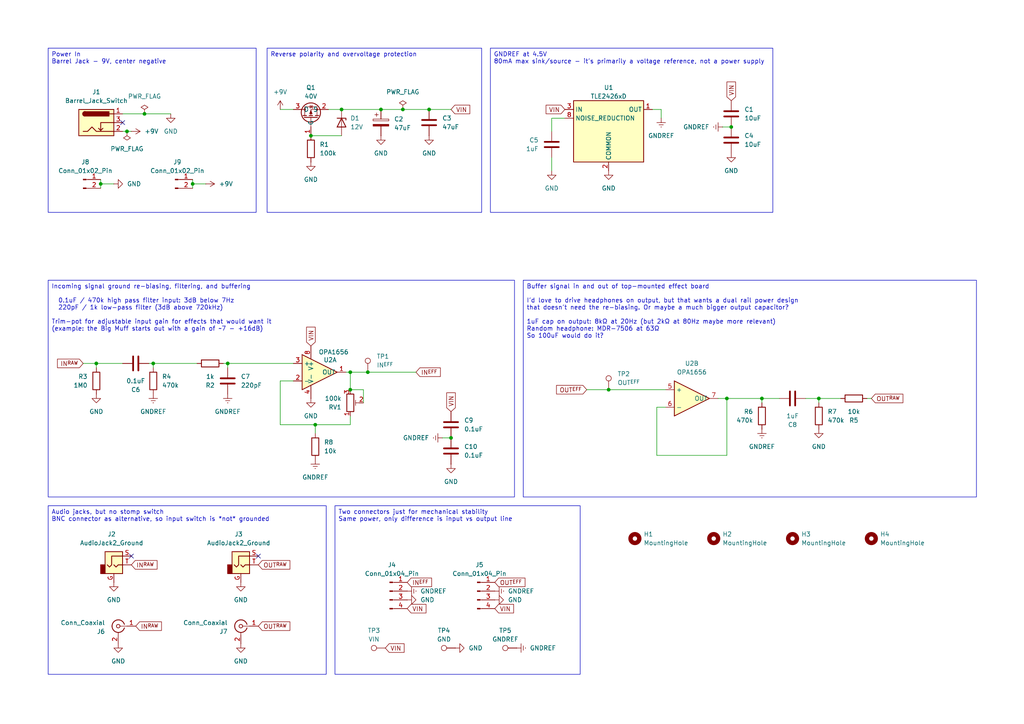
<source format=kicad_sch>
(kicad_sch (version 20231120) (generator "eeschema") (generator_version "8.0")
  (paper "A4")
  (title_block (title "Base board rail splitting 9V power") (date "2025-03-18") (rev "v2.0"))
  (lib_symbols
    (symbol "Connector:Barrel_Jack_Switch" (pin_names hide)
      (property "Reference" "J" (at 0 5.334 0))
      (property "Value" "Barrel_Jack_Switch" (at 0 -5.08 0))
      (symbol "Barrel_Jack_Switch_0_1"
        (rectangle (start -5.08 3.81) (end 5.08 -3.81) (stroke (width 0.254)) (fill (type background)))
        (arc (start -3.302 3.175) (mid -3.9343 2.54) (end -3.302 1.905) (stroke (width 0.254)))
        (arc (start -3.302 3.175) (mid -3.9343 2.54) (end -3.302 1.905) (stroke (width 0.254)) (fill (type outline)))
        (polyline (pts (xy 1.27 -2.286) (xy 1.905 -1.651)) (stroke (width 0.254)))
        (polyline (pts (xy 5.08 2.54) (xy 3.81 2.54)) (stroke (width 0.254)))
        (polyline (pts (xy 5.08 0) (xy 1.27 0) (xy 1.27 -2.286) (xy 0.635 -1.651)) (stroke (width 0.254)))
        (polyline (pts (xy -3.81 -2.54) (xy -2.54 -2.54) (xy -1.27 -1.27) (xy 0 -2.54) (xy 2.54 -2.54) (xy 5.08 -2.54)) (stroke (width 0.254)))
        (rectangle (start 3.683 3.175) (end -3.302 1.905) (stroke (width 0.254)) (fill (type outline)))
      )
      (symbol "Barrel_Jack_Switch_1_1"
        (pin passive line (at 7.62 2.54 180) (length 2.54) (name "~") (number "1"))
        (pin passive line (at 7.62 -2.54 180) (length 2.54) (name "~") (number "2"))
        (pin passive line (at 7.62 0 180) (length 2.54) (name "~") (number "3"))
      )
    )
    (symbol "Connector:Conn_01x02_Pin" (pin_names (offset 1.016) hide)
      (property "Reference" "J" (at 0 2.54 0))
      (property "Value" "Conn_01x02_Pin" (at 0 -5.08 0))
      (symbol "Conn_01x02_Pin_1_1"
        (polyline (pts (xy 1.27 -2.54) (xy 0.8636 -2.54)) (stroke (width 0.1524)))
        (polyline (pts (xy 1.27 0) (xy 0.8636 0)) (stroke (width 0.1524)))
        (rectangle (start 0.8636 -2.413) (end 0 -2.667) (stroke (width 0.1524)) (fill (type outline)))
        (rectangle (start 0.8636 0.127) (end 0 -0.127) (stroke (width 0.1524)) (fill (type outline)))
        (pin passive line (at 5.08 0 180) (length 3.81) (name "Pin_1") (number "1"))
        (pin passive line (at 5.08 -2.54 180) (length 3.81) (name "Pin_2") (number "2"))
      )
    )
    (symbol "Connector:Conn_01x04_Pin" (pin_names (offset 1.016) hide)
      (property "Reference" "J" (at 0 5.08 0))
      (property "Value" "Conn_01x04_Pin" (at 0 -7.62 0))
      (symbol "Conn_01x04_Pin_1_1"
        (polyline (pts (xy 1.27 -5.08) (xy 0.8636 -5.08)) (stroke (width 0.1524)))
        (polyline (pts (xy 1.27 -2.54) (xy 0.8636 -2.54)) (stroke (width 0.1524)))
        (polyline (pts (xy 1.27 0) (xy 0.8636 0)) (stroke (width 0.1524)))
        (polyline (pts (xy 1.27 2.54) (xy 0.8636 2.54)) (stroke (width 0.1524)))
        (rectangle (start 0.8636 -4.953) (end 0 -5.207) (stroke (width 0.1524)) (fill (type outline)))
        (rectangle (start 0.8636 -2.413) (end 0 -2.667) (stroke (width 0.1524)) (fill (type outline)))
        (rectangle (start 0.8636 0.127) (end 0 -0.127) (stroke (width 0.1524)) (fill (type outline)))
        (rectangle (start 0.8636 2.667) (end 0 2.413) (stroke (width 0.1524)) (fill (type outline)))
        (pin passive line (at 5.08 2.54 180) (length 3.81) (name "Pin_1") (number "1"))
        (pin passive line (at 5.08 0 180) (length 3.81) (name "Pin_2") (number "2"))
        (pin passive line (at 5.08 -2.54 180) (length 3.81) (name "Pin_3") (number "3"))
        (pin passive line (at 5.08 -5.08 180) (length 3.81) (name "Pin_4") (number "4"))
      )
    )
    (symbol "Connector:Conn_Coaxial" (pin_names (offset 1.016) hide)
      (property "Reference" "J" (at 0.254 3.048 0))
      (property "Value" "Conn_Coaxial" (at 2.921 0 90))
      (symbol "Conn_Coaxial_0_1"
        (arc (start -1.778 -0.508) (mid 0.2311 -1.8066) (end 1.778 0) (stroke (width 0.254)))
        (polyline (pts (xy -2.54 0) (xy -0.508 0)))
        (polyline (pts (xy 0 -2.54) (xy 0 -1.778)))
        (circle (center 0 0) (radius 0.508) (stroke (width 0.2032)))
        (arc (start 1.778 0) (mid 0.2099 1.8101) (end -1.778 0.508) (stroke (width 0.254)))
      )
      (symbol "Conn_Coaxial_1_1"
        (pin passive line (at -5.08 0 0) (length 2.54) (name "In") (number "1"))
        (pin passive line (at 0 -5.08 90) (length 2.54) (name "Ext") (number "2"))
      )
    )
    (symbol "Connector:TestPoint" (pin_numbers hide) (pin_names (offset 0.762) hide)
      (property "Reference" "TP" (at 0 6.858 0))
      (property "Value" "TestPoint" (at 0 5.08 0))
      (symbol "TestPoint_0_1"
        (circle (center 0 3.302) (radius 0.762))
      )
      (symbol "TestPoint_1_1"
        (pin passive line (at 0 0 90) (length 2.54) (name "1") (number "1"))
      )
    )
    (symbol "Connector_Audio:AudioJack2_Ground"
      (property "Reference" "J" (at 0 8.89 0))
      (property "Value" "AudioJack2_Ground" (at 0 6.35 0))
      (symbol "AudioJack2_Ground_0_1"
        (rectangle (start -2.54 -2.54) (end -3.81 0) (stroke (width 0.254)) (fill (type outline)))
        (polyline (pts (xy 0 0) (xy 0.635 -0.635) (xy 1.27 0) (xy 2.54 0)) (stroke (width 0.254)))
        (polyline (pts (xy 2.54 2.54) (xy -0.635 2.54) (xy -0.635 0) (xy -1.27 -0.635) (xy -1.905 0)) (stroke (width 0.254)))
        (rectangle (start 2.54 3.81) (end -2.54 -2.54) (stroke (width 0.254)) (fill (type background)))
      )
      (symbol "AudioJack2_Ground_1_1"
        (pin passive line (at 0 -5.08 90) (length 2.54) (name "~") (number "G"))
        (pin passive line (at 5.08 2.54 180) (length 2.54) (name "~") (number "S"))
        (pin passive line (at 5.08 0 180) (length 2.54) (name "~") (number "T"))
      )
    )
    (symbol "Device:C" (pin_numbers hide) (pin_names (offset 0.254))
      (property "Reference" "C" (at 0.635 2.54 0))
      (property "Value" "C" (at 0.635 -2.54 0))
      (symbol "C_0_1"
        (polyline (pts (xy -2.032 -0.762) (xy 2.032 -0.762)) (stroke (width 0.508)))
        (polyline (pts (xy -2.032 0.762) (xy 2.032 0.762)) (stroke (width 0.508)))
      )
      (symbol "C_1_1"
        (pin passive line (at 0 3.81 270) (length 2.794) (name "~") (number "1"))
        (pin passive line (at 0 -3.81 90) (length 2.794) (name "~") (number "2"))
      )
    )
    (symbol "Device:C_Polarized" (pin_numbers hide) (pin_names (offset 0.254))
      (property "Reference" "C" (at 0.635 2.54 0))
      (property "Value" "C_Polarized" (at 0.635 -2.54 0))
      (symbol "C_Polarized_0_1"
        (rectangle (start -2.286 0.508) (end 2.286 1.016))
        (polyline (pts (xy -1.778 2.286) (xy -0.762 2.286)))
        (polyline (pts (xy -1.27 2.794) (xy -1.27 1.778)))
        (rectangle (start 2.286 -0.508) (end -2.286 -1.016) (fill (type outline)))
      )
      (symbol "C_Polarized_1_1"
        (pin passive line (at 0 3.81 270) (length 2.794) (name "~") (number "1"))
        (pin passive line (at 0 -3.81 90) (length 2.794) (name "~") (number "2"))
      )
    )
    (symbol "Device:D_Zener" (pin_numbers hide) (pin_names (offset 1.016) hide)
      (property "Reference" "D" (at 0 2.54 0))
      (property "Value" "D_Zener" (at 0 -2.54 0))
      (symbol "D_Zener_0_1"
        (polyline (pts (xy 1.27 0) (xy -1.27 0)))
        (polyline (pts (xy -1.27 -1.27) (xy -1.27 1.27) (xy -0.762 1.27)) (stroke (width 0.254)))
        (polyline (pts (xy 1.27 -1.27) (xy 1.27 1.27) (xy -1.27 0) (xy 1.27 -1.27)) (stroke (width 0.254)))
      )
      (symbol "D_Zener_1_1"
        (pin passive line (at -3.81 0 0) (length 2.54) (name "K") (number "1"))
        (pin passive line (at 3.81 0 180) (length 2.54) (name "A") (number "2"))
      )
    )
    (symbol "Device:R" (pin_numbers hide) (pin_names (offset 0))
      (property "Reference" "R" (at 2.032 0 90))
      (property "Value" "R" (at 0 0 90))
      (symbol "R_0_1"
        (rectangle (start -1.016 -2.54) (end 1.016 2.54) (stroke (width 0.254)))
      )
      (symbol "R_1_1"
        (pin passive line (at 0 3.81 270) (length 1.27) (name "~") (number "1"))
        (pin passive line (at 0 -3.81 90) (length 1.27) (name "~") (number "2"))
      )
    )
    (symbol "Device:R_Potentiometer_Trim" (pin_names (offset 1.016) hide)
      (property "Reference" "RV" (at -4.445 0 90))
      (property "Value" "R_Potentiometer_Trim" (at -2.54 0 90))
      (symbol "R_Potentiometer_Trim_0_1"
        (polyline (pts (xy 1.524 0.762) (xy 1.524 -0.762)))
        (polyline (pts (xy 2.54 0) (xy 1.524 0)))
        (rectangle (start 1.016 2.54) (end -1.016 -2.54) (stroke (width 0.254)))
      )
      (symbol "R_Potentiometer_Trim_1_1"
        (pin passive line (at 0 3.81 270) (length 1.27) (name "1") (number "1"))
        (pin passive line (at 3.81 0 180) (length 1.27) (name "2") (number "2"))
        (pin passive line (at 0 -3.81 90) (length 1.27) (name "3") (number "3"))
      )
    )
    (symbol "Mechanical:MountingHole" (pin_names (offset 1.016)) (exclude_from_sim yes) (in_bom no)
      (property "Reference" "H" (at 0 5.08 0))
      (property "Value" "MountingHole" (at 0 3.175 0))
      (symbol "MountingHole_0_1"
        (circle (center 0 0) (radius 1.27) (stroke (width 1.27)))
      )
    )
    (symbol "Mylib:OPA1656"
      (property "Reference" "U" (at 8.89 5.08 0))
      (property "Value" "OPA1656" (at 2.54 11.43 0))
      (symbol "OPA1656_0_1"
        (polyline (pts (xy -2.54 5.08) (xy 7.62 0) (xy -2.54 -5.08) (xy -2.54 5.08)) (stroke (width 0.254)) (fill (type background)))
      )
      (symbol "OPA1656_1_1"
        (pin output line (at 10.16 0 180) (length 2.54) (name "OUT") (number "1"))
        (pin input line (at -5.08 -2.54 0) (length 2.54) (name "-") (number "2"))
        (pin input line (at -5.08 2.54 0) (length 2.54) (name "+") (number "3"))
        (pin power_in line (at 0 -7.62 90) (length 3.81) (name "V-") (number "4"))
        (pin power_in line (at 0 7.62 270) (length 3.81) (name "V+") (number "8"))
      )
      (symbol "OPA1656_2_1"
        (pin input line (at -5.08 2.54 0) (length 2.54) (name "+") (number "5"))
        (pin input line (at -5.08 -2.54 0) (length 2.54) (name "-") (number "6"))
        (pin output line (at 10.16 0 180) (length 2.54) (name "OUT") (number "7"))
      )
    )
    (symbol "Mylib:PMV250EPEAR"
      (property "Reference" "Q" (at 0 4.572 0))
      (property "Value" "40V" (at 0 0 0))
      (symbol "PMV250EPEAR_0_1"
        (circle (center -1.778 0) (radius 0.254) (fill (type outline)))
        (circle (center 0 -0.889) (radius 2.794) (stroke (width 0.254)))
        (polyline (pts (xy -2.54 0) (xy -1.778 0)))
        (polyline (pts (xy -2.286 -1.778) (xy -1.27 -1.778)) (stroke (width 0.254)))
        (polyline (pts (xy -1.905 -2.286) (xy 1.905 -2.286)) (stroke (width 0.254)))
        (polyline (pts (xy -0.508 -1.778) (xy 0.508 -1.778)) (stroke (width 0.254)))
        (polyline (pts (xy 0 -2.286) (xy 0 -5.08)))
        (polyline (pts (xy 1.27 -1.778) (xy 2.286 -1.778)) (stroke (width 0.254)))
        (polyline (pts (xy 2.54 0) (xy 0 0) (xy 0 -1.778)))
        (polyline (pts (xy -1.778 -1.778) (xy -1.778 0.762) (xy 1.778 0.762) (xy 1.778 -1.778)))
        (polyline (pts (xy 0 -0.254) (xy -0.381 -1.27) (xy 0.381 -1.27) (xy 0 -0.254)) (fill (type outline)))
        (polyline (pts (xy 0.381 0.762) (xy -0.254 0.381) (xy -0.254 1.143) (xy 0.381 0.762)))
        (polyline (pts (xy 0.508 0.254) (xy 0.381 0.381) (xy 0.381 1.143) (xy 0.254 1.27)))
        (circle (center 1.778 0) (radius 0.254) (fill (type outline)))
      )
      (symbol "PMV250EPEAR_1_1"
        (pin input line (at 0 -7.62 90) (length 2.54) (name "G") (number "1"))
        (pin passive line (at 5.08 0 180) (length 2.54) (name "S") (number "2"))
        (pin passive line (at -5.08 0 0) (length 2.54) (name "D") (number "3"))
      )
    )
    (symbol "Reference_Voltage:TLE2426xD"
      (property "Reference" "U" (at -10.414 8.89 0))
      (property "Value" "TLE2426xD" (at 10.16 8.89 0))
      (symbol "TLE2426xD_0_1"
        (rectangle (start -10.16 7.62) (end 10.16 -10.16) (stroke (width 0.254)) (fill (type background)))
      )
      (symbol "TLE2426xD_1_1"
        (pin power_out line (at 12.7 5.08 180) (length 2.54) (name "OUT") (number "1"))
        (pin power_in line (at 0 -12.7 90) (length 2.54) (name "COMMON") (number "2"))
        (pin power_in line (at -12.7 5.08 0) (length 2.54) (name "IN") (number "3"))
        (pin no_connect line (at -10.16 0 0) (length 2.54) hide (name "NC") (number "4"))
        (pin no_connect line (at -10.16 -2.54 0) (length 2.54) hide (name "NC") (number "5"))
        (pin no_connect line (at 10.16 0 180) (length 2.54) hide (name "NC") (number "6"))
        (pin no_connect line (at 10.16 -2.54 180) (length 2.54) hide (name "NC") (number "7"))
        (pin passive line (at -12.7 2.54 0) (length 2.54) (name "NOISE_REDUCTION") (number "8"))
      )
    )
    (symbol "power:+9V" (power) (pin_numbers hide) (pin_names (offset 0) hide)
      (property "Value" "+9V" (at 0 3.556 0))
      (symbol "+9V_0_1"
        (polyline (pts (xy -0.762 1.27) (xy 0 2.54)))
        (polyline (pts (xy 0 0) (xy 0 2.54)))
        (polyline (pts (xy 0 2.54) (xy 0.762 1.27)))
      )
      (symbol "+9V_1_1"
        (pin power_in line (at 0 0 90) (length 0) (name "~") (number "1"))
      )
    )
    (symbol "power:GND" (power) (pin_numbers hide) (pin_names (offset 0) hide)
      (property "Value" "GND" (at 0 -3.81 0))
      (symbol "GND_0_1"
        (polyline (pts (xy 0 0) (xy 0 -1.27) (xy 1.27 -1.27) (xy 0 -2.54) (xy -1.27 -1.27) (xy 0 -1.27)))
      )
      (symbol "GND_1_1"
        (pin power_in line (at 0 0 270) (length 0) (name "~") (number "1"))
      )
    )
    (symbol "power:GNDREF" (power) (pin_numbers hide) (pin_names (offset 0) hide)
      (property "Value" "GNDREF" (at 0 -3.81 0))
      (symbol "GNDREF_0_1"
        (polyline (pts (xy -0.635 -1.905) (xy 0.635 -1.905)))
        (polyline (pts (xy -0.127 -2.54) (xy 0.127 -2.54)))
        (polyline (pts (xy 0 -1.27) (xy 0 0)))
        (polyline (pts (xy 1.27 -1.27) (xy -1.27 -1.27)))
      )
      (symbol "GNDREF_1_1"
        (pin power_in line (at 0 0 270) (length 0) (name "~") (number "1"))
      )
    )
    (symbol "power:PWR_FLAG" (power) (pin_numbers hide) (pin_names (offset 0) hide)
      (property "Value" "PWR_FLAG" (at 0 3.81 0))
      (symbol "PWR_FLAG_0_0"
        (pin power_out line (at 0 0 90) (length 0) (name "~") (number "1"))
      )
      (symbol "PWR_FLAG_0_1"
        (polyline (pts (xy 0 0) (xy 0 1.27) (xy -1.016 1.905) (xy 0 2.54) (xy 1.016 1.905) (xy 0 1.27)))
      )
    )
  )
  (junction (at 130.81 127))
  (junction (at 176.53 113.03))
  (junction (at 55.88 53.34))
  (junction (at 41.91 33.02))
  (junction (at 27.94 105.41))
  (junction (at 106.68 107.95))
  (junction (at 212.09 36.83))
  (junction (at 101.6 113.03))
  (junction (at 220.98 115.57))
  (junction (at 99.06 31.75))
  (junction (at 110.49 31.75))
  (junction (at 29.21 53.34))
  (junction (at 101.6 107.95))
  (junction (at 66.04 105.41))
  (junction (at 36.83 38.1))
  (junction (at 44.45 105.41))
  (junction (at 124.46 31.75))
  (junction (at 91.44 123.19))
  (junction (at 116.84 31.75))
  (junction (at 210.82 115.57))
  (junction (at 237.49 115.57))
  (junction (at 90.17 39.37))
  (no_connect (at 35.56 35.56))
  (no_connect (at 74.93 161.29))
  (no_connect (at 38.1 161.29))
  (wire (pts (xy 101.6 107.95) (xy 101.6 113.03)))
  (wire (pts (xy 189.23 31.75) (xy 191.77 31.75)))
  (wire (pts (xy 99.06 31.75) (xy 110.49 31.75)))
  (wire (pts (xy 160.02 34.29) (xy 160.02 38.1)))
  (wire (pts (xy 190.5 118.11) (xy 193.04 118.11)))
  (wire (pts (xy 176.53 113.03) (xy 193.04 113.03)))
  (wire (pts (xy 210.82 132.08) (xy 210.82 115.57)))
  (wire (pts (xy 220.98 115.57) (xy 226.06 115.57)))
  (wire (pts (xy 95.25 31.75) (xy 99.06 31.75)))
  (wire (pts (xy 210.82 115.57) (xy 220.98 115.57)))
  (wire (pts (xy 101.6 120.65) (xy 101.6 123.19)))
  (wire (pts (xy 100.33 107.95) (xy 101.6 107.95)))
  (wire (pts (xy 208.28 115.57) (xy 210.82 115.57)))
  (wire (pts (xy 105.41 113.03) (xy 101.6 113.03)))
  (wire (pts (xy 29.21 52.07) (xy 29.21 53.34)))
  (wire (pts (xy 105.41 116.84) (xy 105.41 113.03)))
  (wire (pts (xy 116.84 31.75) (xy 124.46 31.75)))
  (wire (pts (xy 29.21 53.34) (xy 33.02 53.34)))
  (wire (pts (xy 91.44 123.19) (xy 101.6 123.19)))
  (wire (pts (xy 66.04 106.68) (xy 66.04 105.41)))
  (wire (pts (xy 36.83 38.1) (xy 35.56 38.1)))
  (wire (pts (xy 209.55 36.83) (xy 212.09 36.83)))
  (wire (pts (xy 44.45 105.41) (xy 44.45 106.68)))
  (wire (pts (xy 163.83 34.29) (xy 160.02 34.29)))
  (wire (pts (xy 41.91 33.02) (xy 49.53 33.02)))
  (wire (pts (xy 24.13 105.41) (xy 27.94 105.41)))
  (wire (pts (xy 190.5 118.11) (xy 190.5 132.08)))
  (wire (pts (xy 27.94 105.41) (xy 35.56 105.41)))
  (wire (pts (xy 191.77 31.75) (xy 191.77 34.29)))
  (wire (pts (xy 35.56 33.02) (xy 41.91 33.02)))
  (wire (pts (xy 81.28 31.75) (xy 85.09 31.75)))
  (wire (pts (xy 55.88 53.34) (xy 59.69 53.34)))
  (wire (pts (xy 90.17 39.37) (xy 99.06 39.37)))
  (wire (pts (xy 106.68 107.95) (xy 120.65 107.95)))
  (wire (pts (xy 101.6 107.95) (xy 106.68 107.95)))
  (wire (pts (xy 64.77 105.41) (xy 66.04 105.41)))
  (wire (pts (xy 55.88 53.34) (xy 55.88 54.61)))
  (wire (pts (xy 27.94 105.41) (xy 27.94 106.68)))
  (wire (pts (xy 29.21 53.34) (xy 29.21 54.61)))
  (wire (pts (xy 128.27 127) (xy 130.81 127)))
  (wire (pts (xy 81.28 123.19) (xy 81.28 110.49)))
  (wire (pts (xy 81.28 123.19) (xy 91.44 123.19)))
  (wire (pts (xy 44.45 105.41) (xy 57.15 105.41)))
  (wire (pts (xy 124.46 31.75) (xy 130.81 31.75)))
  (wire (pts (xy 160.02 45.72) (xy 160.02 49.53)))
  (wire (pts (xy 243.84 115.57) (xy 237.49 115.57)))
  (wire (pts (xy 190.5 132.08) (xy 210.82 132.08)))
  (wire (pts (xy 170.18 113.03) (xy 176.53 113.03)))
  (wire (pts (xy 43.18 105.41) (xy 44.45 105.41)))
  (wire (pts (xy 237.49 115.57) (xy 237.49 116.84)))
  (wire (pts (xy 110.49 31.75) (xy 116.84 31.75)))
  (wire (pts (xy 237.49 115.57) (xy 233.68 115.57)))
  (wire (pts (xy 81.28 110.49) (xy 85.09 110.49)))
  (wire (pts (xy 220.98 115.57) (xy 220.98 116.84)))
  (wire (pts (xy 38.1 38.1) (xy 36.83 38.1)))
  (wire (pts (xy 91.44 123.19) (xy 91.44 125.73)))
  (wire (pts (xy 55.88 52.07) (xy 55.88 53.34)))
  (wire (pts (xy 252.73 115.57) (xy 251.46 115.57)))
  (wire (pts (xy 66.04 105.41) (xy 85.09 105.41)))
  (text_box "Incoming signal ground re-biasing, filtering, and buffering\n\n  0.1uF / 470k high pass filter input: 3dB below 7Hz\n  220pF / 1k low-pass filter (3dB above 720kHz)\n\nTrim-pot for adjustable input gain for effects that would want it\n(example: the Big Muff starts out with a gain of ~7 - +16dB)\n\n" (at 13.97 81.28 0) (size 135.255 62.865) (effects (font (size 1.27 1.27)) (justify left top)))
  (text_box "Power In\nBarrel Jack - 9V, center negative" (at 13.97 13.97 0) (size 60.325 47.625) (effects (font (size 1.27 1.27)) (justify left top)))
  (text_box "Two connectors just for mechanical stability\nSame power, only difference is input vs output line" (at 97.155 146.685 0) (size 71.12 48.895) (effects (font (size 1.27 1.27)) (justify left top)))
  (text_box "Buffer signal in and out of top-mounted effect board\n\nI'd love to drive headphones on output, but that wants a dual rail power design\nthat doesn't need the re-biasing. Or maybe a much bigger output capacitor?\n\n1uF cap on output: 8kΩ at 20Hz (but 2kΩ at 80Hz maybe more relevant)\nRandom headphone: MDR-7506 at 63Ω\nSo 100uF would do it?" (at 151.765 81.28 0) (size 131.445 62.865) (effects (font (size 1.27 1.27)) (justify left top)))
  (text_box "Audio jacks, but no stomp switch\nBNC connector as alternative, so input switch is *not* grounded" (at 13.97 146.685 0) (size 80.645 48.895) (effects (font (size 1.27 1.27)) (justify left top)))
  (text_box "Reverse polarity and overvoltage protection" (at 77.47 13.97 0) (size 62.23 47.625) (effects (font (size 1.27 1.27)) (justify left top)))
  (text_box "GNDREF at 4.5V\n80mA max sink/source - it's primarily a voltage reference, not a power supply" (at 142.24 13.97 0) (size 81.915 47.625) (effects (font (size 1.27 1.27)) (justify left top)))
  (global_label "VIN" (shape input) (at 118.11 176.53 0) (property "Intersheetrefs" "${INTERSHEET_REFS}" (effects (hide yes))))
  (global_label "IN^{EFF}" (shape input) (at 120.65 107.95 0) (property "Intersheetrefs" "${INTERSHEET_REFS}" (effects (hide yes))))
  (global_label "OUT^{RAW}" (shape input) (at 74.93 181.61 0) (property "Intersheetrefs" "${INTERSHEET_REFS}" (effects (hide yes))))
  (global_label "VIN" (shape input) (at 143.51 176.53 0) (property "Intersheetrefs" "${INTERSHEET_REFS}" (effects (hide yes))))
  (global_label "OUT^{RAW}" (shape input) (at 252.73 115.57 0) (property "Intersheetrefs" "${INTERSHEET_REFS}" (effects (hide yes))))
  (global_label "VIN" (shape input) (at 212.09 29.21 90) (property "Intersheetrefs" "${INTERSHEET_REFS}" (effects (hide yes))))
  (global_label "OUT^{RAW}" (shape input) (at 74.93 163.83 0) (property "Intersheetrefs" "${INTERSHEET_REFS}" (effects (hide yes))))
  (global_label "IN^{RAW}" (shape input) (at 39.37 181.61 0) (property "Intersheetrefs" "${INTERSHEET_REFS}" (effects (hide yes))))
  (global_label "VIN" (shape input) (at 163.83 31.75 180) (property "Intersheetrefs" "${INTERSHEET_REFS}" (effects (hide yes))))
  (global_label "IN^{RAW}" (shape input) (at 38.1 163.83 0) (property "Intersheetrefs" "${INTERSHEET_REFS}" (effects (hide yes))))
  (global_label "VIN" (shape input) (at 130.81 119.38 90) (property "Intersheetrefs" "${INTERSHEET_REFS}" (effects (hide yes))))
  (global_label "IN^{EFF}" (shape input) (at 118.11 168.91 0) (property "Intersheetrefs" "${INTERSHEET_REFS}" (effects (hide yes))))
  (global_label "IN^{RAW}" (shape input) (at 24.13 105.41 180) (property "Intersheetrefs" "${INTERSHEET_REFS}" (effects (hide yes))))
  (global_label "OUT^{EFF}" (shape input) (at 170.18 113.03 180) (property "Intersheetrefs" "${INTERSHEET_REFS}" (effects (hide yes))))
  (global_label "VIN" (shape input) (at 111.76 187.96 0) (property "Intersheetrefs" "${INTERSHEET_REFS}" (effects (hide yes))))
  (global_label "OUT^{EFF}" (shape input) (at 143.51 168.91 0) (property "Intersheetrefs" "${INTERSHEET_REFS}" (effects (hide yes))))
  (global_label "VIN" (shape input) (at 130.81 31.75 0) (property "Intersheetrefs" "${INTERSHEET_REFS}" (effects (hide yes))))
  (global_label "VIN" (shape input) (at 90.17 100.33 90) (property "Intersheetrefs" "${INTERSHEET_REFS}" (effects (hide yes))))
  (symbol (lib_id "power:GNDREF") (at 191.77 34.29 0) (unit 1)
    (property "Reference" "#PWR3" (effects (hide yes)))
    (property "Value" "GNDREF" (at 191.77 39.37 0))
    (property "Description" "Power symbol creates a global label with name \"GNDREF\" , reference supply ground" (effects (hide yes)))
  )
  (symbol (lib_id "Reference_Voltage:TLE2426xD") (at 176.53 36.83 0) (unit 1)
    (property "Reference" "U1" (at 176.53 25.4 0))
    (property "Value" "TLE2426xD" (at 176.53 27.94 0))
    (property "Footprint" "Package_SO:SOIC-8_3.9x4.9mm_P1.27mm" (effects (hide yes)))
    (property "Datasheet" "http://www.ti.com/lit/ds/symlink/tle2426.pdf" (effects (hide yes)))
    (property "Description" "Precision virtual ground, noise reduction pin, 4V to 40V input, SOIC-8" (effects (hide yes)))
  )
  (symbol (lib_id "power:GNDREF") (at 91.44 133.35 0) (unit 1)
    (property "Reference" "#PWR19" (effects (hide yes)))
    (property "Value" "GNDREF" (at 91.44 138.43 0))
    (property "Description" "Power symbol creates a global label with name \"GNDREF\" , reference supply ground" (effects (hide yes)))
  )
  (symbol (lib_id "Mechanical:MountingHole") (at 229.87 156.21 0) (unit 1) (exclude_from_sim yes) (in_bom no)
    (property "Reference" "H3" (at 232.41 154.9399 0) (effects (justify left)))
    (property "Value" "MountingHole" (at 232.41 157.4799 0) (effects (justify left)))
    (property "Footprint" "MountingHole:MountingHole_3mm" (effects (hide yes)))
    (property "Description" "Mounting Hole without connection" (effects (hide yes)))
  )
  (symbol (lib_id "power:GND") (at 33.02 168.91 0) (unit 1)
    (property "Reference" "#PWR21" (effects (hide yes)))
    (property "Value" "GND" (at 33.02 173.99 0))
    (property "Description" "Power symbol creates a global label with name \"GND\" , ground" (effects (hide yes)))
  )
  (symbol (lib_id "Connector:TestPoint") (at 111.76 187.96 90) (unit 1)
    (property "Reference" "TP3" (at 108.458 182.88 90))
    (property "Value" "VIN" (at 108.458 185.42 90))
    (property "Footprint" "TestPoint:TestPoint_Loop_D2.60mm_Drill1.6mm_Beaded" (effects (hide yes)))
    (property "Description" "test point" (effects (hide yes)))
  )
  (symbol (lib_id "power:GNDREF") (at 66.04 114.3 0) (unit 1)
    (property "Reference" "#PWR14" (effects (hide yes)))
    (property "Value" "GNDREF" (at 66.04 119.38 0))
    (property "Description" "Power symbol creates a global label with name \"GNDREF\" , reference supply ground" (effects (hide yes)))
  )
  (symbol (lib_id "Connector:Conn_01x02_Pin") (at 24.13 52.07 0) (unit 1)
    (property "Reference" "J8" (at 24.765 46.99 0))
    (property "Value" "Conn_01x02_Pin" (at 24.765 49.53 0))
    (property "Footprint" "Connector_PinHeader_2.54mm:PinHeader_1x02_P2.54mm_Vertical" (effects (hide yes)))
    (property "Description" "Generic connector, single row, 01x02, script generated" (effects (hide yes)))
  )
  (symbol (lib_id "Connector:Conn_01x04_Pin") (at 113.03 171.45 0) (unit 1)
    (property "Reference" "J4" (at 113.665 163.83 0))
    (property "Value" "Conn_01x04_Pin" (at 113.665 166.37 0))
    (property "Footprint" "Connector_PinHeader_2.54mm:PinHeader_1x04_P2.54mm_Vertical" (effects (hide yes)))
    (property "Description" "Generic connector, single row, 01x04, script generated" (effects (hide yes)))
  )
  (symbol (lib_id "Connector_Audio:AudioJack2_Ground") (at 33.02 163.83 0) (unit 1)
    (property "Reference" "J2" (at 32.385 154.94 0))
    (property "Value" "AudioJack2_Ground" (at 32.385 157.48 0))
    (property "Footprint" "Mylib:CK-6.35" (effects (hide yes)))
    (property "Description" "Audio Jack, 2 Poles (Mono / TS), Grounded Sleeve" (effects (hide yes)))
  )
  (symbol (lib_id "Device:R_Potentiometer_Trim") (at 101.6 116.84 0) (mirror x) (unit 1)
    (property "Reference" "RV1" (at 99.06 118.1101 0) (effects (justify right)))
    (property "Value" "100k" (at 99.06 115.5701 0) (effects (justify right)))
    (property "Footprint" "Mylib:Bourns_3362S" (effects (hide yes)))
    (property "Description" "Trim-potentiometer" (effects (hide yes)))
  )
  (symbol (lib_id "Device:C") (at 160.02 41.91 0) (mirror y) (unit 1)
    (property "Reference" "C5" (at 156.21 40.6399 0) (effects (justify left)))
    (property "Value" "1uF" (at 156.21 43.1799 0) (effects (justify left)))
    (property "Footprint" "Capacitor_SMD:C_1206_3216Metric_Pad1.33x1.80mm_HandSolder" (effects (hide yes)))
    (property "Description" "Unpolarized capacitor" (effects (hide yes)))
  )
  (symbol (lib_id "Device:C") (at 212.09 33.02 0) (unit 1)
    (property "Reference" "C1" (at 215.9 31.7499 0) (effects (justify left)))
    (property "Value" "10uF" (at 215.9 34.2899 0) (effects (justify left)))
    (property "Footprint" "Capacitor_SMD:C_1206_3216Metric_Pad1.33x1.80mm_HandSolder" (effects (hide yes)))
    (property "Description" "Unpolarized capacitor" (effects (hide yes)))
  )
  (symbol (lib_id "Device:C") (at 130.81 123.19 0) (unit 1)
    (property "Reference" "C9" (at 134.62 121.9199 0) (effects (justify left)))
    (property "Value" "0.1uF" (at 134.62 124.4599 0) (effects (justify left)))
    (property "Footprint" "Mylib:C_0704_1810Metric" (effects (hide yes)))
    (property "Description" "Unpolarized capacitor" (effects (hide yes)))
  )
  (symbol (lib_id "power:GNDREF") (at 118.11 171.45 90) (mirror x) (unit 1)
    (property "Reference" "#PWR23" (effects (hide yes)))
    (property "Value" "GNDREF" (at 121.92 171.4501 90) (effects (justify right)))
    (property "Description" "Power symbol creates a global label with name \"GNDREF\" , reference supply ground" (effects (hide yes)))
  )
  (symbol (lib_id "power:GNDREF") (at 149.86 187.96 90) (mirror x) (unit 1)
    (property "Reference" "#PWR30" (effects (hide yes)))
    (property "Value" "GNDREF" (at 153.67 187.9601 90) (effects (justify right)))
    (property "Description" "Power symbol creates a global label with name \"GNDREF\" , reference supply ground" (effects (hide yes)))
  )
  (symbol (lib_id "power:GND") (at 49.53 33.02 0) (unit 1)
    (property "Reference" "#PWR2" (effects (hide yes)))
    (property "Value" "GND" (at 49.53 38.1 0))
    (property "Description" "Power symbol creates a global label with name \"GND\" , ground" (effects (hide yes)))
  )
  (symbol (lib_id "power:PWR_FLAG") (at 41.91 33.02 0) (unit 1)
    (property "Reference" "#FLG2" (effects (hide yes)))
    (property "Value" "PWR_FLAG" (at 41.91 27.94 0))
    (property "Description" "Special symbol for telling ERC where power comes from" (effects (hide yes)))
  )
  (symbol (lib_id "Connector:TestPoint") (at 106.68 107.95 0) (unit 1)
    (property "Reference" "TP1" (at 109.22 103.3779 0) (effects (justify left)))
    (property "Value" "IN^{EFF}" (at 109.22 105.9179 0) (effects (justify left)))
    (property "Footprint" "TestPoint:TestPoint_Loop_D2.60mm_Drill1.6mm_Beaded" (effects (hide yes)))
    (property "Description" "test point" (effects (hide yes)))
  )
  (symbol (lib_id "power:GND") (at 27.94 114.3 0) (unit 1)
    (property "Reference" "#PWR12" (effects (hide yes)))
    (property "Value" "GND" (at 27.94 119.38 0))
    (property "Description" "Power symbol creates a global label with name \"GND\" , ground" (effects (hide yes)))
  )
  (symbol (lib_id "power:GND") (at 143.51 173.99 90) (mirror x) (unit 1)
    (property "Reference" "#PWR26" (effects (hide yes)))
    (property "Value" "GND" (at 147.32 173.9901 90) (effects (justify right)))
    (property "Description" "Power symbol creates a global label with name \"GND\" , ground" (effects (hide yes)))
  )
  (symbol (lib_id "Device:R") (at 91.44 129.54 0) (unit 1)
    (property "Reference" "R8" (at 93.98 128.2699 0) (effects (justify left)))
    (property "Value" "10k" (at 93.98 130.8099 0) (effects (justify left)))
    (property "Footprint" "Resistor_SMD:R_0805_2012Metric_Pad1.20x1.40mm_HandSolder" (effects (hide yes)))
    (property "Description" "Resistor" (effects (hide yes)))
  )
  (symbol (lib_id "Mylib:OPA1656") (at 198.12 115.57 0) (unit 2)
    (property "Reference" "U2" (at 200.66 105.41 0))
    (property "Value" "OPA1656" (at 200.66 107.95 0))
    (property "Footprint" "Package_SO:SOIC-8_3.9x4.9mm_P1.27mm" (effects (hide yes)))
    (property "Datasheet" "https://ti.com/lit/ds/symlink/opa1655.pdf" (effects (hide yes)))
    (property "Description" "Dual audio op-amp" (effects (hide yes)))
  )
  (symbol (lib_id "power:GND") (at 69.85 186.69 0) (unit 1)
    (property "Reference" "#PWR28" (effects (hide yes)))
    (property "Value" "GND" (at 69.85 191.77 0))
    (property "Description" "Power symbol creates a global label with name \"GND\" , ground" (effects (hide yes)))
  )
  (symbol (lib_id "power:GND") (at 237.49 124.46 0) (mirror y) (unit 1)
    (property "Reference" "#PWR17" (effects (hide yes)))
    (property "Value" "GND" (at 237.49 129.54 0))
    (property "Description" "Power symbol creates a global label with name \"GND\" , ground" (effects (hide yes)))
  )
  (symbol (lib_id "Device:C") (at 229.87 115.57 270) (unit 1)
    (property "Reference" "C8" (at 229.87 123.19 90))
    (property "Value" "1uF" (at 229.87 120.65 90))
    (property "Footprint" "Capacitor_SMD:C_1206_3216Metric_Pad1.33x1.80mm_HandSolder" (effects (hide yes)))
    (property "Description" "Unpolarized capacitor" (effects (hide yes)))
  )
  (symbol (lib_id "power:PWR_FLAG") (at 116.84 31.75 0) (unit 1)
    (property "Reference" "#FLG1" (effects (hide yes)))
    (property "Value" "PWR_FLAG" (at 116.84 26.67 0))
    (property "Description" "Special symbol for telling ERC where power comes from" (effects (hide yes)))
  )
  (symbol (lib_id "Device:R") (at 60.96 105.41 90) (mirror x) (unit 1)
    (property "Reference" "R2" (at 60.96 111.76 90))
    (property "Value" "1k" (at 60.96 109.22 90))
    (property "Footprint" "Resistor_SMD:R_0805_2012Metric_Pad1.20x1.40mm_HandSolder" (effects (hide yes)))
    (property "Description" "Resistor" (effects (hide yes)))
  )
  (symbol (lib_id "Device:C") (at 39.37 105.41 90) (mirror x) (unit 1)
    (property "Reference" "C6" (at 39.37 113.03 90))
    (property "Value" "0.1uF" (at 39.37 110.49 90))
    (property "Footprint" "Mylib:C_0704_1810Metric" (effects (hide yes)))
    (property "Description" "Unpolarized capacitor" (effects (hide yes)))
  )
  (symbol (lib_id "Device:C") (at 66.04 110.49 0) (unit 1)
    (property "Reference" "C7" (at 69.85 109.2199 0) (effects (justify left)))
    (property "Value" "220pF" (at 69.85 111.7599 0) (effects (justify left)))
    (property "Footprint" "Capacitor_SMD:C_0805_2012Metric_Pad1.18x1.45mm_HandSolder" (effects (hide yes)))
    (property "Description" "Unpolarized capacitor" (effects (hide yes)))
  )
  (symbol (lib_id "Device:R") (at 90.17 43.18 0) (unit 1)
    (property "Reference" "R1" (at 92.71 41.9099 0) (effects (justify left)))
    (property "Value" "100k" (at 92.71 44.4499 0) (effects (justify left)))
    (property "Footprint" "Resistor_SMD:R_0805_2012Metric_Pad1.20x1.40mm_HandSolder" (effects (hide yes)))
    (property "Description" "Resistor" (effects (hide yes)))
  )
  (symbol (lib_id "Mechanical:MountingHole") (at 252.73 156.21 0) (unit 1) (exclude_from_sim yes) (in_bom no)
    (property "Reference" "H4" (at 255.27 154.9399 0) (effects (justify left)))
    (property "Value" "MountingHole" (at 255.27 157.4799 0) (effects (justify left)))
    (property "Footprint" "MountingHole:MountingHole_3mm" (effects (hide yes)))
    (property "Description" "Mounting Hole without connection" (effects (hide yes)))
  )
  (symbol (lib_id "power:GND") (at 34.29 186.69 0) (unit 1)
    (property "Reference" "#PWR27" (effects (hide yes)))
    (property "Value" "GND" (at 34.29 191.77 0))
    (property "Description" "Power symbol creates a global label with name \"GND\" , ground" (effects (hide yes)))
  )
  (symbol (lib_id "power:GNDREF") (at 44.45 114.3 0) (unit 1)
    (property "Reference" "#PWR13" (effects (hide yes)))
    (property "Value" "GNDREF" (at 44.45 119.38 0))
    (property "Description" "Power symbol creates a global label with name \"GNDREF\" , reference supply ground" (effects (hide yes)))
  )
  (symbol (lib_id "power:GND") (at 160.02 49.53 0) (unit 1)
    (property "Reference" "#PWR10" (effects (hide yes)))
    (property "Value" "GND" (at 160.02 54.61 0))
    (property "Description" "Power symbol creates a global label with name \"GND\" , ground" (effects (hide yes)))
  )
  (symbol (lib_id "Mylib:OPA1656") (at 90.17 107.95 0) (unit 1)
    (property "Reference" "U2" (at 95.758 104.394 0))
    (property "Value" "OPA1656" (at 96.774 102.108 0))
    (property "Footprint" "Package_SO:SOIC-8_3.9x4.9mm_P1.27mm" (effects (hide yes)))
    (property "Datasheet" "https://ti.com/lit/ds/symlink/opa1655.pdf" (effects (hide yes)))
    (property "Description" "Dual audio op-amp" (effects (hide yes)))
  )
  (symbol (lib_id "power:GNDREF") (at 128.27 127 270) (unit 1)
    (property "Reference" "#PWR18" (effects (hide yes)))
    (property "Value" "GNDREF" (at 124.46 126.9999 90) (effects (justify right)))
    (property "Description" "Power symbol creates a global label with name \"GNDREF\" , reference supply ground" (effects (hide yes)))
  )
  (symbol (lib_id "Connector:TestPoint") (at 149.86 187.96 90) (unit 1)
    (property "Reference" "TP5" (at 146.558 182.88 90))
    (property "Value" "GNDREF" (at 146.558 185.42 90))
    (property "Footprint" "TestPoint:TestPoint_Loop_D2.60mm_Drill1.6mm_Beaded" (effects (hide yes)))
    (property "Description" "test point" (effects (hide yes)))
  )
  (symbol (lib_id "Device:R") (at 237.49 120.65 0) (unit 1)
    (property "Reference" "R7" (at 240.03 119.3799 0) (effects (justify left)))
    (property "Value" "470k" (at 240.03 121.9199 0) (effects (justify left)))
    (property "Footprint" "Resistor_SMD:R_0805_2012Metric_Pad1.20x1.40mm_HandSolder" (effects (hide yes)))
    (property "Description" "Resistor" (effects (hide yes)))
  )
  (symbol (lib_id "Connector:Conn_Coaxial") (at 69.85 181.61 0) (mirror y) (unit 1)
    (property "Reference" "J7" (at 66.04 183.1733 0) (effects (justify left)))
    (property "Value" "Conn_Coaxial" (at 66.04 180.6333 0) (effects (justify left)))
    (property "Footprint" "Connector_Coaxial:BNC_TEConnectivity_1478204_Vertical" (effects (hide yes)))
    (property "Description" "coaxial connector (BNC, SMA, SMB, SMC, Cinch/RCA, LEMO, ...)" (effects (hide yes)))
  )
  (symbol (lib_id "Device:C") (at 124.46 35.56 0) (unit 1)
    (property "Reference" "C3" (at 128.27 34.2899 0) (effects (justify left)))
    (property "Value" "47uF" (at 128.27 36.8299 0) (effects (justify left)))
    (property "Footprint" "Capacitor_SMD:C_1206_3216Metric_Pad1.33x1.80mm_HandSolder" (effects (hide yes)))
    (property "Description" "Unpolarized capacitor" (effects (hide yes)))
  )
  (symbol (lib_id "Device:R") (at 220.98 120.65 0) (mirror y) (unit 1)
    (property "Reference" "R6" (at 218.44 119.3799 0) (effects (justify left)))
    (property "Value" "470k" (at 218.44 121.9199 0) (effects (justify left)))
    (property "Footprint" "Resistor_SMD:R_0805_2012Metric_Pad1.20x1.40mm_HandSolder" (effects (hide yes)))
    (property "Description" "Resistor" (effects (hide yes)))
  )
  (symbol (lib_id "Mechanical:MountingHole") (at 184.15 156.21 0) (unit 1) (exclude_from_sim yes) (in_bom no)
    (property "Reference" "H1" (at 186.69 154.9399 0) (effects (justify left)))
    (property "Value" "MountingHole" (at 186.69 157.4799 0) (effects (justify left)))
    (property "Footprint" "MountingHole:MountingHole_3mm" (effects (hide yes)))
    (property "Description" "Mounting Hole without connection" (effects (hide yes)))
  )
  (symbol (lib_id "power:GND") (at 212.09 44.45 0) (unit 1)
    (property "Reference" "#PWR8" (effects (hide yes)))
    (property "Value" "GND" (at 212.09 49.53 0))
    (property "Description" "Power symbol creates a global label with name \"GND\" , ground" (effects (hide yes)))
  )
  (symbol (lib_id "Connector:Conn_01x04_Pin") (at 138.43 171.45 0) (unit 1)
    (property "Reference" "J5" (at 139.065 163.83 0))
    (property "Value" "Conn_01x04_Pin" (at 139.065 166.37 0))
    (property "Footprint" "Connector_PinHeader_2.54mm:PinHeader_1x04_P2.54mm_Vertical" (effects (hide yes)))
    (property "Description" "Generic connector, single row, 01x04, script generated" (effects (hide yes)))
  )
  (symbol (lib_id "power:GND") (at 110.49 39.37 0) (unit 1)
    (property "Reference" "#PWR6" (effects (hide yes)))
    (property "Value" "GND" (at 110.49 44.45 0))
    (property "Description" "Power symbol creates a global label with name \"GND\" , ground" (effects (hide yes)))
  )
  (symbol (lib_id "power:GND") (at 69.85 168.91 0) (unit 1)
    (property "Reference" "#PWR22" (effects (hide yes)))
    (property "Value" "GND" (at 69.85 173.99 0))
    (property "Description" "Power symbol creates a global label with name \"GND\" , ground" (effects (hide yes)))
  )
  (symbol (lib_id "Connector:TestPoint") (at 176.53 113.03 0) (unit 1)
    (property "Reference" "TP2" (at 179.07 108.4579 0) (effects (justify left)))
    (property "Value" "OUT^{EFF}" (at 179.07 110.9979 0) (effects (justify left)))
    (property "Footprint" "TestPoint:TestPoint_Loop_D2.60mm_Drill1.6mm_Beaded" (effects (hide yes)))
    (property "Description" "test point" (effects (hide yes)))
  )
  (symbol (lib_id "Device:R") (at 27.94 110.49 0) (mirror y) (unit 1)
    (property "Reference" "R3" (at 25.4 109.2199 0) (effects (justify left)))
    (property "Value" "1M0" (at 25.4 111.7599 0) (effects (justify left)))
    (property "Footprint" "Resistor_SMD:R_0805_2012Metric_Pad1.20x1.40mm_HandSolder" (effects (hide yes)))
    (property "Description" "Resistor" (effects (hide yes)))
  )
  (symbol (lib_id "power:GND") (at 132.08 187.96 90) (mirror x) (unit 1)
    (property "Reference" "#PWR29" (effects (hide yes)))
    (property "Value" "GND" (at 135.89 187.9601 90) (effects (justify right)))
    (property "Description" "Power symbol creates a global label with name \"GND\" , ground" (effects (hide yes)))
  )
  (symbol (lib_id "power:+9V") (at 38.1 38.1 270) (unit 1)
    (property "Reference" "#PWR5" (effects (hide yes)))
    (property "Value" "+9V" (at 41.91 38.0999 90) (effects (justify left)))
    (property "Description" "Power symbol creates a global label with name \"+9V\"" (effects (hide yes)))
  )
  (symbol (lib_id "power:GND") (at 176.53 49.53 0) (unit 1)
    (property "Reference" "#PWR11" (effects (hide yes)))
    (property "Value" "GND" (at 176.53 54.61 0))
    (property "Description" "Power symbol creates a global label with name \"GND\" , ground" (effects (hide yes)))
  )
  (symbol (lib_id "power:GND") (at 130.81 134.62 0) (unit 1)
    (property "Reference" "#PWR20" (effects (hide yes)))
    (property "Value" "GND" (at 130.81 139.7 0))
    (property "Description" "Power symbol creates a global label with name \"GND\" , ground" (effects (hide yes)))
  )
  (symbol (lib_id "power:PWR_FLAG") (at 36.83 38.1 180) (unit 1)
    (property "Reference" "#FLG3" (effects (hide yes)))
    (property "Value" "PWR_FLAG" (at 36.83 43.18 0))
    (property "Description" "Special symbol for telling ERC where power comes from" (effects (hide yes)))
  )
  (symbol (lib_id "Device:C") (at 212.09 40.64 0) (unit 1)
    (property "Reference" "C4" (at 215.9 39.3699 0) (effects (justify left)))
    (property "Value" "10uF" (at 215.9 41.9099 0) (effects (justify left)))
    (property "Footprint" "Capacitor_SMD:C_1206_3216Metric_Pad1.33x1.80mm_HandSolder" (effects (hide yes)))
    (property "Description" "Unpolarized capacitor" (effects (hide yes)))
  )
  (symbol (lib_id "Mylib:PMV250EPEAR") (at 90.17 31.75 0) (unit 1)
    (property "Reference" "Q1" (at 90.17 25.4 0))
    (property "Value" "40V" (at 90.17 27.94 0))
    (property "Footprint" "Package_TO_SOT_SMD:SOT-23-3" (effects (hide yes)))
    (property "Datasheet" "https://assets.nexperia.com/documents/data-sheet/PMV250EPEA.pdf" (effects (hide yes)))
    (property "Description" "P-channel enhancement mode FET" (effects (hide yes)))
  )
  (symbol (lib_id "Connector:TestPoint") (at 132.08 187.96 90) (unit 1)
    (property "Reference" "TP4" (at 128.778 182.88 90))
    (property "Value" "GND" (at 128.778 185.42 90))
    (property "Footprint" "TestPoint:TestPoint_Loop_D2.60mm_Drill1.6mm_Beaded" (effects (hide yes)))
    (property "Description" "test point" (effects (hide yes)))
  )
  (symbol (lib_id "Connector:Conn_Coaxial") (at 34.29 181.61 0) (mirror y) (unit 1)
    (property "Reference" "J6" (at 30.48 183.1733 0) (effects (justify left)))
    (property "Value" "Conn_Coaxial" (at 30.48 180.6333 0) (effects (justify left)))
    (property "Footprint" "Connector_Coaxial:BNC_TEConnectivity_1478204_Vertical" (effects (hide yes)))
    (property "Description" "coaxial connector (BNC, SMA, SMB, SMC, Cinch/RCA, LEMO, ...)" (effects (hide yes)))
  )
  (symbol (lib_id "Device:R") (at 247.65 115.57 270) (unit 1)
    (property "Reference" "R5" (at 247.65 121.92 90))
    (property "Value" "10k" (at 247.65 119.38 90))
    (property "Footprint" "Resistor_SMD:R_0805_2012Metric_Pad1.20x1.40mm_HandSolder" (effects (hide yes)))
    (property "Description" "Resistor" (effects (hide yes)))
  )
  (symbol (lib_id "Device:C") (at 130.81 130.81 0) (unit 1)
    (property "Reference" "C10" (at 134.62 129.5399 0) (effects (justify left)))
    (property "Value" "0.1uF" (at 134.62 132.0799 0) (effects (justify left)))
    (property "Footprint" "Mylib:C_0704_1810Metric" (effects (hide yes)))
    (property "Description" "Unpolarized capacitor" (effects (hide yes)))
  )
  (symbol (lib_id "power:GNDREF") (at 209.55 36.83 270) (unit 1)
    (property "Reference" "#PWR4" (effects (hide yes)))
    (property "Value" "GNDREF" (at 205.74 36.8299 90) (effects (justify right)))
    (property "Description" "Power symbol creates a global label with name \"GNDREF\" , reference supply ground" (effects (hide yes)))
  )
  (symbol (lib_id "power:GND") (at 124.46 39.37 0) (unit 1)
    (property "Reference" "#PWR7" (effects (hide yes)))
    (property "Value" "GND" (at 124.46 44.45 0))
    (property "Description" "Power symbol creates a global label with name \"GND\" , ground" (effects (hide yes)))
  )
  (symbol (lib_id "power:GND") (at 90.17 115.57 0) (unit 1)
    (property "Reference" "#PWR15" (effects (hide yes)))
    (property "Value" "GND" (at 90.17 120.65 0))
    (property "Description" "Power symbol creates a global label with name \"GND\" , ground" (effects (hide yes)))
  )
  (symbol (lib_id "Connector:Barrel_Jack_Switch") (at 27.94 35.56 0) (unit 1)
    (property "Reference" "J1" (at 27.94 26.67 0))
    (property "Value" "Barrel_Jack_Switch" (at 27.94 29.21 0))
    (property "Footprint" "Connector_BarrelJack:BarrelJack_Wuerth_6941xx301002" (effects (hide yes)))
    (property "Description" "DC Barrel Jack with an internal switch" (effects (hide yes)))
  )
  (symbol (lib_id "power:GND") (at 90.17 46.99 0) (unit 1)
    (property "Reference" "#PWR9" (effects (hide yes)))
    (property "Value" "GND" (at 90.17 52.07 0))
    (property "Description" "Power symbol creates a global label with name \"GND\" , ground" (effects (hide yes)))
  )
  (symbol (lib_id "power:GND") (at 118.11 173.99 90) (mirror x) (unit 1)
    (property "Reference" "#PWR25" (effects (hide yes)))
    (property "Value" "GND" (at 121.92 173.9901 90) (effects (justify right)))
    (property "Description" "Power symbol creates a global label with name \"GND\" , ground" (effects (hide yes)))
  )
  (symbol (lib_id "power:GND") (at 33.02 53.34 90) (unit 1)
    (property "Reference" "#PWR31" (effects (hide yes)))
    (property "Value" "GND" (at 36.83 53.3399 90) (effects (justify right)))
    (property "Description" "Power symbol creates a global label with name \"GND\" , ground" (effects (hide yes)))
  )
  (symbol (lib_id "power:GNDREF") (at 220.98 124.46 0) (mirror y) (unit 1)
    (property "Reference" "#PWR16" (effects (hide yes)))
    (property "Value" "GNDREF" (at 220.98 129.54 0))
    (property "Description" "Power symbol creates a global label with name \"GNDREF\" , reference supply ground" (effects (hide yes)))
  )
  (symbol (lib_id "Device:D_Zener") (at 99.06 35.56 270) (unit 1)
    (property "Reference" "D1" (at 101.6 34.2899 90) (effects (justify left)))
    (property "Value" "12V" (at 101.6 36.8299 90) (effects (justify left)))
    (property "Footprint" "Diode_SMD:D_SOD-123" (effects (hide yes)))
    (property "Description" "Zener diode" (effects (hide yes)))
  )
  (symbol (lib_id "power:+9V") (at 59.69 53.34 270) (unit 1)
    (property "Reference" "#PWR32" (effects (hide yes)))
    (property "Value" "+9V" (at 63.5 53.3399 90) (effects (justify left)))
    (property "Description" "Power symbol creates a global label with name \"+9V\"" (effects (hide yes)))
  )
  (symbol (lib_id "Device:C_Polarized") (at 110.49 35.56 0) (unit 1)
    (property "Reference" "C2" (at 114.3 34.544 0) (effects (justify left)))
    (property "Value" "47uF" (at 114.3 37.084 0) (effects (justify left)))
    (property "Footprint" "Capacitor_THT:CP_Radial_D4.0mm_P2.00mm" (effects (hide yes)))
    (property "Description" "Polarized capacitor" (effects (hide yes)))
  )
  (symbol (lib_id "power:GNDREF") (at 143.51 171.45 90) (mirror x) (unit 1)
    (property "Reference" "#PWR24" (effects (hide yes)))
    (property "Value" "GNDREF" (at 147.32 171.4501 90) (effects (justify right)))
    (property "Description" "Power symbol creates a global label with name \"GNDREF\" , reference supply ground" (effects (hide yes)))
  )
  (symbol (lib_id "Connector_Audio:AudioJack2_Ground") (at 69.85 163.83 0) (unit 1)
    (property "Reference" "J3" (at 69.215 154.94 0))
    (property "Value" "AudioJack2_Ground" (at 69.215 157.48 0))
    (property "Footprint" "Mylib:CK-6.35" (effects (hide yes)))
    (property "Description" "Audio Jack, 2 Poles (Mono / TS), Grounded Sleeve" (effects (hide yes)))
  )
  (symbol (lib_id "Device:R") (at 44.45 110.49 0) (unit 1)
    (property "Reference" "R4" (at 46.99 109.2199 0) (effects (justify left)))
    (property "Value" "470k" (at 46.99 111.7599 0) (effects (justify left)))
    (property "Footprint" "Resistor_SMD:R_0805_2012Metric_Pad1.20x1.40mm_HandSolder" (effects (hide yes)))
    (property "Description" "Resistor" (effects (hide yes)))
  )
  (symbol (lib_id "power:+9V") (at 81.28 31.75 0) (unit 1)
    (property "Reference" "#PWR1" (effects (hide yes)))
    (property "Value" "+9V" (at 81.28 26.67 0))
    (property "Description" "Power symbol creates a global label with name \"+9V\"" (effects (hide yes)))
  )
  (symbol (lib_id "Connector:Conn_01x02_Pin") (at 50.8 52.07 0) (unit 1)
    (property "Reference" "J9" (at 51.435 46.99 0))
    (property "Value" "Conn_01x02_Pin" (at 51.435 49.53 0))
    (property "Footprint" "Connector_PinHeader_2.54mm:PinHeader_1x02_P2.54mm_Vertical" (effects (hide yes)))
    (property "Description" "Generic connector, single row, 01x02, script generated" (effects (hide yes)))
  )
  (symbol (lib_id "Mechanical:MountingHole") (at 207.01 156.21 0) (unit 1) (exclude_from_sim yes) (in_bom no)
    (property "Reference" "H2" (at 209.55 154.9399 0) (effects (justify left)))
    (property "Value" "MountingHole" (at 209.55 157.4799 0) (effects (justify left)))
    (property "Footprint" "MountingHole:MountingHole_3mm" (effects (hide yes)))
    (property "Description" "Mounting Hole without connection" (effects (hide yes)))
  )
)
</source>
